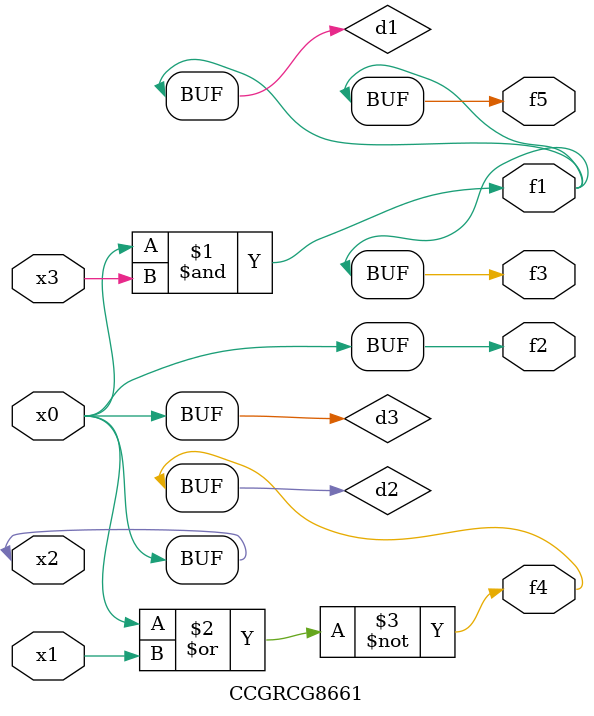
<source format=v>
module CCGRCG8661(
	input x0, x1, x2, x3,
	output f1, f2, f3, f4, f5
);

	wire d1, d2, d3;

	and (d1, x2, x3);
	nor (d2, x0, x1);
	buf (d3, x0, x2);
	assign f1 = d1;
	assign f2 = d3;
	assign f3 = d1;
	assign f4 = d2;
	assign f5 = d1;
endmodule

</source>
